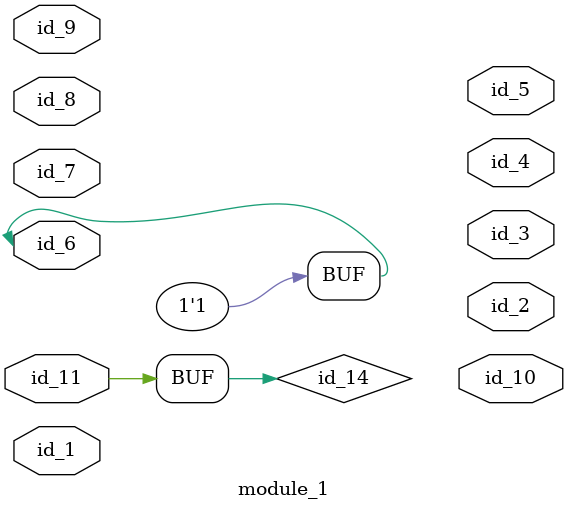
<source format=v>
module module_0 ();
  assign id_1 = id_1;
  wire id_2;
  wire id_3;
endmodule
module module_1 (
    id_1,
    id_2,
    id_3,
    id_4,
    id_5,
    id_6,
    id_7,
    id_8,
    id_9,
    id_10,
    id_11
);
  inout wire id_11;
  output wire id_10;
  input wire id_9;
  inout wire id_8;
  input wire id_7;
  inout wire id_6;
  output wire id_5;
  output wire id_4;
  output wire id_3;
  output wire id_2;
  inout wire id_1;
  assign id_6 = 1;
  parameter id_12 = -1;
  wire id_13;
  module_0 modCall_1 ();
  wire id_14 = id_11, id_15;
endmodule

</source>
